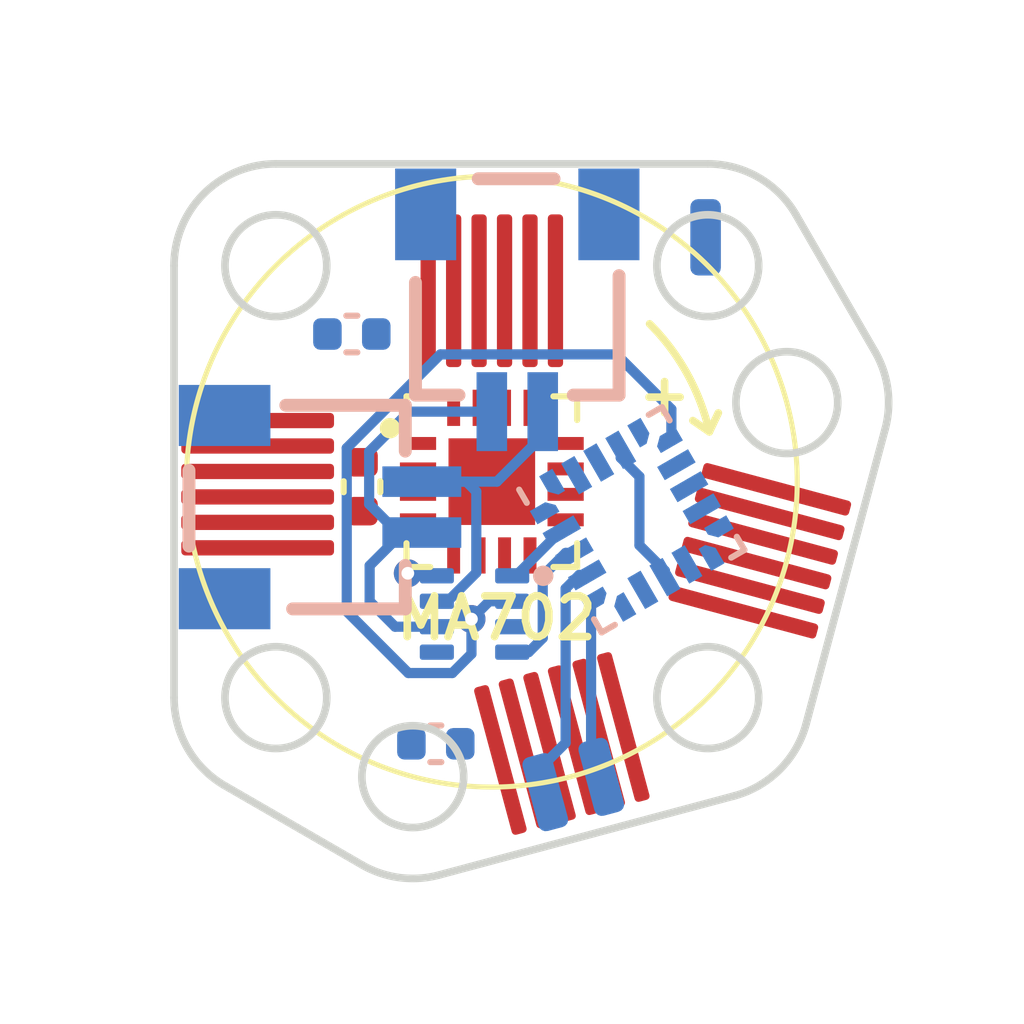
<source format=kicad_pcb>
(kicad_pcb (version 20221018) (generator pcbnew)
  (title_block (title "Ø12 External SPI Encoder") (date "2023-12-29") (rev "1") (company "Christopher Xu"))
  (layers (0 "F.Cu" signal) (31 "B.Cu" signal) (34 "B.Paste" user) (35 "F.Paste" user) (36 "B.SilkS" user "B.Silkscreen") (37 "F.SilkS" user "F.Silkscreen") (38 "B.Mask" user) (39 "F.Mask" user) (44 "Edge.Cuts" user))
  (net 0 "")
  (net 11 "/~{MAG2_CS}")
  (net 14 "+3.3V")
  (net 15 "GND")
  (net 16 "/SPI_MOSI")
  (net 17 "/~{MAG1_CS}")
  (net 18 "/SPI_MISO")
  (net 19 "/SPI_SCLK")
  (net 22 "/UART_RX")
  (net 23 "/UART_TX")
  (net 24 "/UART_DE")
  (net 25 "/RS485_A")
  (net 26 "/RS485_B")
  (net 27 "Net-(U2-NRST)")
  (net 28 "/SWCLK")
  (net 29 "/SWDIO")
  (footprint "Capacitor_SMD:C_0402_1005Metric" (layer "F.Cu") (at 47.45 50.1 90)
    (fp_text reference "C1" hide)
    (fp_text value "1uF")
    (fp_line (start -0.107836 -0.36) (end 0.107836 -0.36) (stroke (width 0.12)) (layer "F.SilkS"))
    (fp_line (start -0.107836 0.36) (end 0.107836 0.36) (stroke (width 0.12)) (layer "F.SilkS"))
    (pad "1" smd roundrect (at -0.48 0 90) (size 0.56 0.62) (layers "F.Cu" "F.Paste" "F.Mask") (net 14 "+3.3V"))
    (pad "2" smd roundrect (at 0.48 0 90) (size 0.56 0.62) (layers "F.Cu" "F.Paste" "F.Mask") (net 15 "GND"))
  )
  (footprint "O32controller:FFC_0.5mm_6p" (layer "F.Cu") (at 54.941181 52.565926 165)
    (fp_text reference "J4" hide)
    (fp_text value "Conn_01x06_Pin" hide)
    (pad "1" smd roundrect (at 0 0 165) (size 3 0.3) (layers "F.Cu" "F.Mask") (net 15 "GND"))
    (pad "2" smd roundrect (at 0 0.5 165) (size 3 0.3) (layers "F.Cu" "F.Mask") (net 11 "/~{MAG2_CS}"))
    (pad "3" smd roundrect (at 0 1 165) (size 3 0.3) (layers "F.Cu" "F.Mask") (net 19 "/SPI_SCLK"))
    (pad "4" smd roundrect (at 0 1.5 165) (size 3 0.3) (layers "F.Cu" "F.Mask") (net 18 "/SPI_MISO"))
    (pad "5" smd roundrect (at 0 2 165) (size 3 0.3) (layers "F.Cu" "F.Mask") (net 16 "/SPI_MOSI"))
    (pad "6" smd roundrect (at 0 2.5 165) (size 3 0.3) (layers "F.Cu" "F.Mask") (net 14 "+3.3V"))
  )
  (footprint "O32controller:FFC_0.5mm_6p" (layer "F.Cu") (at 50.1681 55.4676 105)
    (fp_text reference "J3" hide)
    (fp_text value "Conn_01x06_Pin" hide)
    (pad "1" smd roundrect (at 0 0 105) (size 3 0.3) (layers "F.Cu" "F.Mask") (net 15 "GND"))
    (pad "2" smd roundrect (at 0 0.5 105) (size 3 0.3) (layers "F.Cu" "F.Mask") (net 11 "/~{MAG2_CS}"))
    (pad "3" smd roundrect (at 0 1 105) (size 3 0.3) (layers "F.Cu" "F.Mask") (net 19 "/SPI_SCLK"))
    (pad "4" smd roundrect (at 0 1.5 105) (size 3 0.3) (layers "F.Cu" "F.Mask") (net 18 "/SPI_MISO"))
    (pad "5" smd roundrect (at 0 2 105) (size 3 0.3) (layers "F.Cu" "F.Mask") (net 16 "/SPI_MOSI"))
    (pad "6" smd roundrect (at 0 2.5 105) (size 3 0.3) (layers "F.Cu" "F.Mask") (net 14 "+3.3V"))
  )
  (footprint "O32controller:FFC_0.5mm_6p" (layer "F.Cu") (at 48.75 46.25 90)
    (fp_text reference "J2" hide)
    (fp_text value "Conn_01x06_Pin" hide)
    (pad "1" smd roundrect (at 0 0 90) (size 3 0.3) (layers "F.Cu" "F.Mask") (net 15 "GND"))
    (pad "2" smd roundrect (at 0 0.5 90) (size 3 0.3) (layers "F.Cu" "F.Mask") (net 11 "/~{MAG2_CS}"))
    (pad "3" smd roundrect (at 0 1 90) (size 3 0.3) (layers "F.Cu" "F.Mask") (net 19 "/SPI_SCLK"))
    (pad "4" smd roundrect (at 0 1.5 90) (size 3 0.3) (layers "F.Cu" "F.Mask") (net 18 "/SPI_MISO"))
    (pad "5" smd roundrect (at 0 2 90) (size 3 0.3) (layers "F.Cu" "F.Mask") (net 16 "/SPI_MOSI"))
    (pad "6" smd roundrect (at 0 2.5 90) (size 3 0.3) (layers "F.Cu" "F.Mask") (net 14 "+3.3V"))
  )
  (footprint "O32controller:MA702GQ-P" (layer "F.Cu") (at 50 50)
    (fp_text reference "U1" hide)
    (fp_text value "QFN-3x3_MA702_MNP" hide)
    (fp_line (start -1.6764 -1.6764) (end -1.6764 -1.209741) (stroke (width 0.12)) (layer "F.SilkS"))
    (fp_line (start -1.6764 1.209741) (end -1.6764 1.6764) (stroke (width 0.12)) (layer "F.SilkS"))
    (fp_line (start -1.6764 1.6764) (end -1.209741 1.6764) (stroke (width 0.12)) (layer "F.SilkS"))
    (fp_line (start -1.209741 -1.6764) (end -1.6764 -1.6764) (stroke (width 0.12)) (layer "F.SilkS"))
    (fp_line (start 1.209741 1.6764) (end 1.6764 1.6764) (stroke (width 0.12)) (layer "F.SilkS"))
    (fp_line (start 1.6764 -1.6764) (end 1.209741 -1.6764) (stroke (width 0.12)) (layer "F.SilkS"))
    (fp_line (start 1.6764 -1.209741) (end 1.6764 -1.6764) (stroke (width 0.12)) (layer "F.SilkS"))
    (fp_line (start 1.6764 1.6764) (end 1.6764 1.209741) (stroke (width 0.12)) (layer "F.SilkS"))
    (fp_circle (center -2 -1.05) (end -1.8 -1.05) (fill solid) (layer "F.SilkS"))
    (pad "1" smd rect locked (at -1.45 -0.750001) (size 0.7112 0.254) (layers "F.Cu" "F.Paste" "F.Mask"))
    (pad "2" smd rect locked (at -1.45 -0.25) (size 0.7112 0.254) (layers "F.Cu" "F.Paste" "F.Mask"))
    (pad "3" smd rect locked (at -1.45 0.25) (size 0.7112 0.254) (layers "F.Cu" "F.Paste" "F.Mask"))
    (pad "4" smd rect locked (at -1.45 0.750001) (size 0.7112 0.254) (layers "F.Cu" "F.Paste" "F.Mask") (net 16 "/SPI_MOSI"))
    (pad "5" smd rect locked (at -0.750001 1.45 90) (size 0.7112 0.254) (layers "F.Cu" "F.Paste" "F.Mask") (net 17 "/~{MAG1_CS}"))
    (pad "6" smd rect locked (at -0.25 1.45 90) (size 0.7112 0.254) (layers "F.Cu" "F.Paste" "F.Mask"))
    (pad "7" smd rect locked (at 0.25 1.45 90) (size 0.7112 0.254) (layers "F.Cu" "F.Paste" "F.Mask") (net 18 "/SPI_MISO"))
    (pad "8" smd rect locked (at 0.750001 1.45 90) (size 0.7112 0.254) (layers "F.Cu" "F.Paste" "F.Mask") (net 15 "GND"))
    (pad "9" smd rect locked (at 1.45 0.750001) (size 0.7112 0.254) (layers "F.Cu" "F.Paste" "F.Mask"))
    (pad "10" smd rect locked (at 1.45 0.25) (size 0.7112 0.254) (layers "F.Cu" "F.Paste" "F.Mask"))
    (pad "11" smd rect locked (at 1.45 -0.25) (size 0.7112 0.254) (layers "F.Cu" "F.Paste" "F.Mask"))
    (pad "12" smd rect locked (at 1.45 -0.750001) (size 0.7112 0.254) (layers "F.Cu" "F.Paste" "F.Mask") (net 19 "/SPI_SCLK"))
    (pad "13" smd rect locked (at 0.750001 -1.45 90) (size 0.7112 0.254) (layers "F.Cu" "F.Paste" "F.Mask") (net 14 "+3.3V"))
    (pad "14" smd rect locked (at 0.25 -1.45 90) (size 0.7112 0.254) (layers "F.Cu" "F.Paste" "F.Mask"))
    (pad "15" smd rect locked (at -0.25 -1.45 90) (size 0.7112 0.254) (layers "F.Cu" "F.Paste" "F.Mask"))
    (pad "16" smd rect locked (at -0.750001 -1.45 90) (size 0.7112 0.254) (layers "F.Cu" "F.Paste" "F.Mask"))
    (pad "17" smd rect locked (at 0 0) (size 1.7018 1.7018) (layers "F.Cu" "F.Paste" "F.Mask") (net 15 "GND"))
  )
  (footprint "O32controller:FFC_0.5mm_6p" (layer "F.Cu") (at 45.4 48.8)
    (fp_text reference "J1" hide)
    (fp_text value "Conn_01x06_Pin" hide)
    (pad "1" smd roundrect (at 0 0) (size 3 0.3) (layers "F.Cu" "F.Mask") (net 15 "GND"))
    (pad "2" smd roundrect (at 0 0.5) (size 3 0.3) (layers "F.Cu" "F.Mask") (net 11 "/~{MAG2_CS}"))
    (pad "3" smd roundrect (at 0 1) (size 3 0.3) (layers "F.Cu" "F.Mask") (net 19 "/SPI_SCLK"))
    (pad "4" smd roundrect (at 0 1.5) (size 3 0.3) (layers "F.Cu" "F.Mask") (net 18 "/SPI_MISO"))
    (pad "5" smd roundrect (at 0 2) (size 3 0.3) (layers "F.Cu" "F.Mask") (net 16 "/SPI_MOSI"))
    (pad "6" smd roundrect (at 0 2.5) (size 3 0.3) (layers "F.Cu" "F.Mask") (net 14 "+3.3V"))
  )
  (footprint "O32controller:TestPoint_Pad_Rect" (layer "B.Cu") (at 54.2 45.2 180)
    (fp_text reference "TP1" hide)
    (fp_text value "TestPoint")
    (pad "1" smd roundrect (at 0 0 180) (size 0.6 1.5) (layers "B.Cu" "B.Mask") (net 27 "Net-(U2-NRST)"))
  )
  (footprint "O32controller:JST_SM02B-SRSS-TB(LF)(SN)" (layer "B.Cu") (at 50.5 46.65)
    (fp_text reference "J6" hide)
    (fp_text value "SM02B-SRSS-TB_LF__SN_")
    (fp_line (start -2 1.65) (end -2 -0.563) (stroke (width 0.254)) (layer "B.SilkS"))
    (fp_line (start -2 1.65) (end -1.145 1.65) (stroke (width 0.254)) (layer "B.SilkS"))
    (fp_line (start -0.767 -2.6) (end 0.722 -2.6) (stroke (width 0.254)) (layer "B.SilkS"))
    (fp_line (start 2 1.65) (end 1.1 1.65) (stroke (width 0.254)) (layer "B.SilkS"))
    (fp_line (start 2 1.65) (end 2 -0.697) (stroke (width 0.254)) (layer "B.SilkS"))
    (pad "1" smd rect (at -0.5 1.975 270) (size 1.55 0.6) (layers "B.Cu" "B.Paste" "B.Mask") (net 25 "/RS485_A"))
    (pad "2" smd rect (at 0.5 1.975 270) (size 1.55 0.6) (layers "B.Cu" "B.Paste" "B.Mask") (net 26 "/RS485_B"))
    (pad "S1" smd rect (at -1.8 -1.9 270) (size 1.8 1.2) (layers "B.Cu" "B.Paste" "B.Mask"))
    (pad "S2" smd rect (at 1.8 -1.9 270) (size 1.8 1.2) (layers "B.Cu" "B.Paste" "B.Mask"))
  )
  (footprint "O32controller:THVD1420DRLR_SOT-585" (layer "B.Cu") (at 49.66 52.6 180)
    (fp_text reference "U3" hide)
    (fp_text value "THVD1420DRLR")
    (fp_circle (center -1.35 0.75) (end -1.15 0.75) (fill solid) (layer "B.SilkS"))
    (pad "1" smd roundrect (at -0.74 0.75 180) (size 0.67 0.3) (layers "B.Cu" "B.Paste" "B.Mask") (roundrect_rratio 0.1666666667) (net 22 "/UART_RX"))
    (pad "2" smd roundrect (at -0.74 0.25 180) (size 0.67 0.3) (layers "B.Cu" "B.Paste" "B.Mask") (roundrect_rratio 0.1666666667) (net 24 "/UART_DE"))
    (pad "3" smd roundrect (at -0.74 -0.25 180) (size 0.67 0.3) (layers "B.Cu" "B.Paste" "B.Mask") (roundrect_rratio 0.1666666667) (net 24 "/UART_DE"))
    (pad "4" smd roundrect (at -0.74 -0.75 180) (size 0.67 0.3) (layers "B.Cu" "B.Paste" "B.Mask") (roundrect_rratio 0.1666666667) (net 23 "/UART_TX"))
    (pad "5" smd roundrect (at 0.74 -0.75 180) (size 0.67 0.3) (layers "B.Cu" "B.Paste" "B.Mask") (roundrect_rratio 0.1666666667) (net 15 "GND"))
    (pad "6" smd roundrect (at 0.74 -0.25 180) (size 0.67 0.3) (layers "B.Cu" "B.Paste" "B.Mask") (roundrect_rratio 0.1666666667) (net 25 "/RS485_A"))
    (pad "7" smd roundrect (at 0.74 0.25 180) (size 0.67 0.3) (layers "B.Cu" "B.Paste" "B.Mask") (roundrect_rratio 0.1666666667) (net 26 "/RS485_B"))
    (pad "8" smd roundrect (at 0.74 0.75 180) (size 0.67 0.3) (layers "B.Cu" "B.Paste" "B.Mask") (roundrect_rratio 0.1666666667) (net 14 "+3.3V"))
  )
  (footprint "O32controller:TestPoint_Pad_Rect" (layer "B.Cu") (at 52.15 55.8 -165)
    (fp_text reference "TP2" hide)
    (fp_text value "TestPoint")
    (pad "1" smd roundrect (at 0 0 195) (size 0.6 1.5) (layers "B.Cu" "B.Mask") (net 29 "/SWDIO"))
  )
  (footprint "Capacitor_SMD:C_0402_1005Metric" (layer "B.Cu") (at 47.25 47.1)
    (fp_text reference "C3" hide)
    (fp_text value "1uF")
    (fp_line (start -0.107836 -0.36) (end 0.107836 -0.36) (stroke (width 0.12)) (layer "B.SilkS"))
    (fp_line (start -0.107836 0.36) (end 0.107836 0.36) (stroke (width 0.12)) (layer "B.SilkS"))
    (pad "1" smd roundrect (at -0.48 0) (size 0.56 0.62) (layers "B.Cu" "B.Paste" "B.Mask") (net 14 "+3.3V"))
    (pad "2" smd roundrect (at 0.48 0) (size 0.56 0.62) (layers "B.Cu" "B.Paste" "B.Mask") (net 15 "GND"))
  )
  (footprint "Capacitor_SMD:C_0402_1005Metric" (layer "B.Cu") (at 48.9 55.15 180)
    (fp_text reference "C2" hide)
    (fp_text value "1uF")
    (fp_line (start -0.107836 -0.36) (end 0.107836 -0.36) (stroke (width 0.12)) (layer "B.SilkS"))
    (fp_line (start -0.107836 0.36) (end 0.107836 0.36) (stroke (width 0.12)) (layer "B.SilkS"))
    (pad "1" smd roundrect (at -0.48 0 180) (size 0.56 0.62) (layers "B.Cu" "B.Paste" "B.Mask") (net 14 "+3.3V"))
    (pad "2" smd roundrect (at 0.48 0 180) (size 0.56 0.62) (layers "B.Cu" "B.Paste" "B.Mask") (net 15 "GND"))
  )
  (footprint "O32controller:TestPoint_Pad_Rect" (layer "B.Cu") (at 51.05 56.1 -165)
    (fp_text reference "TP3" hide)
    (fp_text value "TestPoint")
    (pad "1" smd roundrect (at 0 0 195) (size 0.6 1.5) (layers "B.Cu" "B.Mask") (net 28 "/SWCLK"))
  )
  (footprint "Package_DFN_QFN:ST_UFQFPN-20_3x3mm_P0.5mm" (layer "B.Cu") (at 52.75 50.75 -60)
    (fp_text reference "U2" hide)
    (fp_text value "STM32L011F4Ux")
    (fp_line (start -1.62 -1.62) (end -1.62 -1.32) (stroke (width 0.12)) (layer "B.SilkS"))
    (fp_line (start -1.62 -1.62) (end -1.32 -1.62) (stroke (width 0.12)) (layer "B.SilkS"))
    (fp_line (start -1.62 1.62) (end -1.32 1.62) (stroke (width 0.12)) (layer "B.SilkS"))
    (fp_line (start 1.62 -1.62) (end 1.32 -1.62) (stroke (width 0.12)) (layer "B.SilkS"))
    (fp_line (start 1.62 -1.62) (end 1.62 -1.32) (stroke (width 0.12)) (layer "B.SilkS"))
    (fp_line (start 1.62 1.62) (end 1.32 1.62) (stroke (width 0.12)) (layer "B.SilkS"))
    (fp_line (start 1.62 1.62) (end 1.62 1.32) (stroke (width 0.12)) (layer "B.SilkS"))
    (pad "1" smd custom (at -1.475 1 300) (size 0.35 0.3) (layers "B.Cu" "B.Paste" "B.Mask") (options (clearance outline) (anchor rect)) (primitives (gr_poly (pts (xy 0.325 0) (xy 0.325 -0.15) (xy 0.175 -0.15) (xy 0.175 0.15)) (width 0) (fill yes))))
    (pad "2" smd rect (at -1.3 0.5 300) (size 0.7 0.3) (layers "B.Cu" "B.Paste" "B.Mask"))
    (pad "3" smd rect (at -1.3 0 300) (size 0.7 0.3) (layers "B.Cu" "B.Paste" "B.Mask") (net 27 "Net-(U2-NRST)"))
    (pad "4" smd rect (at -1.3 -0.5 300) (size 0.7 0.3) (layers "B.Cu" "B.Paste" "B.Mask") (net 14 "+3.3V"))
    (pad "5" smd custom (at -1.475 -1 300) (size 0.35 0.3) (layers "B.Cu" "B.Paste" "B.Mask") (options (clearance outline) (anchor rect)) (primitives (gr_poly (pts (xy 0.325 0) (xy 0.175 -0.15) (xy 0.175 0.15) (xy 0.325 0.15)) (width 0) (fill yes))))
    (pad "6" smd custom (at -1 -1.475 300) (size 0.3 0.35) (layers "B.Cu" "B.Paste" "B.Mask") (net 24 "/UART_DE") (options (clearance outline) (anchor rect)) (primitives (gr_poly (pts (xy 0.15 0.175) (xy -0.15 0.175) (xy 0 0.325) (xy 0.15 0.325)) (width 0) (fill yes))))
    (pad "7" smd rect (at -0.5 -1.3 300) (size 0.3 0.7) (layers "B.Cu" "B.Paste" "B.Mask"))
    (pad "8" smd rect (at 0 -1.3 300) (size 0.3 0.7) (layers "B.Cu" "B.Paste" "B.Mask") (net 19 "/SPI_SCLK"))
    (pad "9" smd rect (at 0.5 -1.3 300) (size 0.3 0.7) (layers "B.Cu" "B.Paste" "B.Mask") (net 18 "/SPI_MISO"))
    (pad "10" smd custom (at 1 -1.475 300) (size 0.3 0.35) (layers "B.Cu" "B.Paste" "B.Mask") (net 16 "/SPI_MOSI") (options (clearance outline) (anchor rect)) (primitives (gr_poly (pts (xy 0.15 0.175) (xy -0.15 0.175) (xy -0.15 0.325) (xy 0 0.325)) (width 0) (fill yes))))
    (pad "11" smd custom (at 1.475 -1 300) (size 0.35 0.3) (layers "B.Cu" "B.Paste" "B.Mask") (net 16 "/SPI_MOSI") (options (clearance outline) (anchor rect)) (primitives (gr_poly (pts (xy -0.175 -0.15) (xy -0.325 0) (xy -0.325 0.15) (xy -0.175 0.15)) (width 0) (fill yes))))
    (pad "12" smd rect (at 1.3 -0.5 300) (size 0.7 0.3) (layers "B.Cu" "B.Paste" "B.Mask") (net 15 "GND"))
    (pad "13" smd rect (at 1.3 0 300) (size 0.7 0.3) (layers "B.Cu" "B.Paste" "B.Mask") (net 14 "+3.3V"))
    (pad "14" smd rect (at 1.3 0.5 300) (size 0.7 0.3) (layers "B.Cu" "B.Paste" "B.Mask"))
    (pad "15" smd custom (at 1.475 1 300) (size 0.35 0.3) (layers "B.Cu" "B.Paste" "B.Mask") (options (clearance outline) (anchor rect)) (primitives (gr_poly (pts (xy -0.175 -0.15) (xy -0.325 -0.15) (xy -0.325 0) (xy -0.175 0.15)) (width 0) (fill yes))))
    (pad "16" smd custom (at 1 1.475 300) (size 0.3 0.35) (layers "B.Cu" "B.Paste" "B.Mask") (net 29 "/SWDIO") (options (clearance outline) (anchor rect)) (primitives (gr_poly (pts (xy 0 -0.325) (xy -0.15 -0.325) (xy -0.15 -0.175) (xy 0.15 -0.175)) (width 0) (fill yes))))
    (pad "17" smd rect (at 0.5 1.3 300) (size 0.3 0.7) (layers "B.Cu" "B.Paste" "B.Mask") (net 28 "/SWCLK"))
    (pad "18" smd rect (at 0 1.3 300) (size 0.3 0.7) (layers "B.Cu" "B.Paste" "B.Mask") (net 23 "/UART_TX"))
    (pad "19" smd rect (at -0.5 1.3 300) (size 0.3 0.7) (layers "B.Cu" "B.Paste" "B.Mask") (net 22 "/UART_RX"))
    (pad "20" smd custom (at -1 1.475 300) (size 0.3 0.35) (layers "B.Cu" "B.Paste" "B.Mask") (options (clearance outline) (anchor rect)) (primitives (gr_poly (pts (xy 0.15 -0.325) (xy 0 -0.325) (xy -0.15 -0.175) (xy 0.15 -0.175)) (width 0) (fill yes))))
  )
  (footprint "O32controller:JST_SM02B-SRSS-TB(LF)(SN)" (layer "B.Cu") (at 46.65 50.5 90)
    (fp_text reference "J5" hide)
    (fp_text value "SM02B-SRSS-TB_LF__SN_")
    (fp_line (start -2 1.65) (end -2 -0.563) (stroke (width 0.254)) (layer "B.SilkS"))
    (fp_line (start -2 1.65) (end -1.145 1.65) (stroke (width 0.254)) (layer "B.SilkS"))
    (fp_line (start -0.767 -2.6) (end 0.722 -2.6) (stroke (width 0.254)) (layer "B.SilkS"))
    (fp_line (start 2 1.65) (end 1.1 1.65) (stroke (width 0.254)) (layer "B.SilkS"))
    (fp_line (start 2 1.65) (end 2 -0.697) (stroke (width 0.254)) (layer "B.SilkS"))
    (pad "1" smd rect (at -0.5 1.975) (size 1.55 0.6) (layers "B.Cu" "B.Paste" "B.Mask") (net 25 "/RS485_A"))
    (pad "2" smd rect (at 0.5 1.975) (size 1.55 0.6) (layers "B.Cu" "B.Paste" "B.Mask") (net 26 "/RS485_B"))
    (pad "S1" smd rect (at -1.8 -1.9) (size 1.8 1.2) (layers "B.Cu" "B.Paste" "B.Mask"))
    (pad "S2" smd rect (at 1.8 -1.9) (size 1.8 1.2) (layers "B.Cu" "B.Paste" "B.Mask"))
  )
  (gr_line (start 54.27352 49.021724) (end 53.95 48.8) (stroke (width 0.15)) (layer "F.SilkS"))
  (gr_line (start 54.27352 49.021724) (end 54.45 48.65) (stroke (width 0.15)) (layer "F.SilkS"))
  (gr_circle locked (center 50 50) (end 56 50) (stroke (width 0.1)) (fill none) (layer "F.SilkS"))
  (gr_arc (start 53.1 46.9) (mid 53.836356 47.878121) (end 54.27352 49.021724) (stroke (width 0.15)) (layer "F.SilkS"))
  (gr_arc (start 48.964724 57.727407) (mid 48.186036 57.778441) (end 47.447086 57.527606) (stroke (width 0.15)) (layer "Edge.Cuts"))
  (gr_circle (center 45.757359 54.242641) (end 46.757359 54.242641) (stroke (width 0.15)) (fill none) (layer "Edge.Cuts"))
  (gr_arc (start 43.757359 45.757359) (mid 44.343157 44.343157) (end 45.757359 43.757359) (stroke (width 0.15)) (layer "Edge.Cuts"))
  (gr_line (start 48.964724 57.727407) (end 54.760279 56.174492) (stroke (width 0.15)) (layer "Edge.Cuts"))
  (gr_circle (center 55.795555 48.447086) (end 56.795555 48.447086) (stroke (width 0.15)) (fill none) (layer "Edge.Cuts"))
  (gr_circle (center 54.242641 54.242641) (end 55.242641 54.242641) (stroke (width 0.15)) (fill none) (layer "Edge.Cuts"))
  (gr_arc (start 44.757359 55.974691) (mid 44.025308 55.242639) (end 43.757359 54.242641) (stroke (width 0.15)) (layer "Edge.Cuts"))
  (gr_line (start 56.174492 54.760279) (end 57.727407 48.964724) (stroke (width 0.15)) (layer "Edge.Cuts"))
  (gr_arc (start 54.242641 43.757359) (mid 55.242632 44.02532) (end 55.974691 44.757359) (stroke (width 0.15)) (layer "Edge.Cuts"))
  (gr_circle (center 45.757359 45.757359) (end 46.757359 45.757359) (stroke (width 0.15)) (fill none) (layer "Edge.Cuts"))
  (gr_arc (start 57.527606 47.447086) (mid 57.778456 48.186034) (end 57.727407 48.964724) (stroke (width 0.15)) (layer "Edge.Cuts"))
  (gr_circle (center 48.447086 55.795555) (end 49.447086 55.795555) (stroke (width 0.15)) (fill none) (layer "Edge.Cuts"))
  (gr_circle (center 54.242641 45.757359) (end 55.242641 45.757359) (stroke (width 0.15)) (fill none) (layer "Edge.Cuts"))
  (gr_line (start 54.242641 43.757359) (end 45.757359 43.757359) (stroke (width 0.15)) (layer "Edge.Cuts"))
  (gr_line (start 57.527606 47.447086) (end 55.974691 44.757359) (stroke (width 0.15)) (layer "Edge.Cuts"))
  (gr_line (start 44.757359 55.974691) (end 47.447086 57.527606) (stroke (width 0.15)) (layer "Edge.Cuts"))
  (gr_line (start 43.757359 45.757359) (end 43.757359 54.242641) (stroke (width 0.15)) (layer "Edge.Cuts"))
  (gr_arc (start 56.174492 54.760279) (mid 55.656849 55.656849) (end 54.760279 56.174492) (stroke (width 0.15)) (layer "Edge.Cuts"))
  (gr_text "MA702" (at 48.05 53.15) (layer "F.SilkS") (effects (font (size 0.8 0.8)) (justify left bottom)))
  (gr_text "+" (at 52.8 48.75) (layer "F.SilkS") (effects (font (size 0.8 0.8)) (justify left bottom)))
  (via (at 48.35 51.8) (size 0.55) (drill 0.25) (layers "F.Cu" "B.Cu") (net 14))
  (segment (start 48.4 51.85) (end 48.35 51.8) (width 0.2) (layer "B.Cu") (net 14))
  (segment (start 53.4 51.875833) (end 53.4 51.75) (width 0.2) (layer "B.Cu") (net 14))
  (segment (start 48.92 51.85) (end 48.4 51.85) (width 0.2) (layer "B.Cu") (net 14))
  (segment (start 52.9 51.25) (end 52.9 49.9) (width 0.2) (layer "B.Cu") (net 14))
  (segment (start 53.4 51.75) (end 52.9 51.25) (width 0.2) (layer "B.Cu") (net 14))
  (segment (start 52.533013 49.533013) (end 52.533013 49.374167) (width 0.2) (layer "B.Cu") (net 14))
  (segment (start 52.9 49.9) (end 52.533013 49.533013) (width 0.2) (layer "B.Cu") (net 14))
  (segment (start 50.29 51.85) (end 50.473458 51.85) (width 0.2) (layer "B.Cu") (net 22))
  (segment (start 50.473458 51.85) (end 51.365319 50.958139) (width 0.2) (layer "B.Cu") (net 22))
  (segment (start 50.723406 53.35) (end 50.29 53.35) (width 0.2) (layer "B.Cu") (net 23))
  (segment (start 51 51.85) (end 51 53.073406) (width 0.2) (layer "B.Cu") (net 23))
  (segment (start 51.624167 51.4) (end 51.45 51.4) (width 0.2) (layer "B.Cu") (net 23))
  (segment (start 51 53.073406) (end 50.723406 53.35) (width 0.2) (layer "B.Cu") (net 23))
  (segment (start 51.45 51.4) (end 51 51.85) (width 0.2) (layer "B.Cu") (net 23))
  (via (at 49.6 52.7) (size 0.55) (drill 0.25) (layers "F.Cu" "B.Cu") (net 24))
  (segment (start 52.45 47.5) (end 53.527387 48.577387) (width 0.2) (layer "B.Cu") (net 24))
  (segment (start 49.6 53.383406) (end 49.223406 53.76) (width 0.2) (layer "B.Cu") (net 24))
  (segment (start 49.95 52.35) (end 49.6 52.7) (width 0.2) (layer "B.Cu") (net 24))
  (segment (start 47.15 49.340884) (end 48.990884 47.5) (width 0.2) (layer "B.Cu") (net 24))
  (segment (start 48.36 53.76) (end 47.15 52.55) (width 0.2) (layer "B.Cu") (net 24))
  (segment (start 49.6 52.7) (end 49.6 53.383406) (width 0.2) (layer "B.Cu") (net 24))
  (segment (start 47.15 52.55) (end 47.15 49.340884) (width 0.2) (layer "B.Cu") (net 24))
  (segment (start 48.990884 47.5) (end 52.45 47.5) (width 0.2) (layer "B.Cu") (net 24))
  (segment (start 50.29 52.35) (end 49.95 52.35) (width 0.2) (layer "B.Cu") (net 24))
  (segment (start 49.223406 53.76) (end 48.36 53.76) (width 0.2) (layer "B.Cu") (net 24))
  (segment (start 53.527387 48.577387) (end 53.527387 49.146475) (width 0.2) (layer "B.Cu") (net 24))
  (segment (start 47.6 52.35) (end 47.6 51.65) (width 0.2) (layer "B.Cu") (net 25))
  (segment (start 47.59 49.41) (end 48.375 48.625) (width 0.2) (layer "B.Cu") (net 25))
  (segment (start 48.81 52.85) (end 48.1 52.85) (width 0.2) (layer "B.Cu") (net 25))
  (segment (start 47.6 51.65) (end 48.25 51) (width 0.2) (layer "B.Cu") (net 25))
  (segment (start 48.375 48.625) (end 50 48.625) (width 0.2) (layer "B.Cu") (net 25))
  (segment (start 48.1 52.85) (end 47.6 52.35) (width 0.2) (layer "B.Cu") (net 25))
  (segment (start 47.59 50.44) (end 47.59 49.41) (width 0.2) (layer "B.Cu") (net 25))
  (segment (start 48.15 51) (end 47.59 50.44) (width 0.2) (layer "B.Cu") (net 25))
  (segment (start 48.25 51) (end 48.625 51) (width 0.2) (layer "B.Cu") (net 25))
  (segment (start 48.625 51) (end 48.15 51) (width 0.2) (layer "B.Cu") (net 25))
  (segment (start 50.1 50) (end 51 49.1) (width 0.2) (layer "B.Cu") (net 26))
  (segment (start 49.133406 52.35) (end 49.695 51.788406) (width 0.2) (layer "B.Cu") (net 26))
  (segment (start 48.625 50) (end 50.1 50) (width 0.2) (layer "B.Cu") (net 26))
  (segment (start 49.5 50) (end 48.625 50) (width 0.2) (layer "B.Cu") (net 26))
  (segment (start 51 49.1) (end 51 48.625) (width 0.2) (layer "B.Cu") (net 26))
  (segment (start 49.695 50.195) (end 49.5 50) (width 0.2) (layer "B.Cu") (net 26))
  (segment (start 48.81 52.35) (end 49.133406 52.35) (width 0.2) (layer "B.Cu") (net 26))
  (segment (start 49.695 51.788406) (end 49.695 50.195) (width 0.2) (layer "B.Cu") (net 26))
  (segment (start 51.874167 51.833013) (end 51.716987 51.833013) (width 0.2) (layer "B.Cu") (net 28))
  (segment (start 51.05 55.531774) (end 51.05 56.1) (width 0.2) (layer "B.Cu") (net 28))
  (segment (start 51.45 52.1) (end 51.45 55.131774) (width 0.2) (layer "B.Cu") (net 28))
  (segment (start 51.716987 51.833013) (end 51.45 52.1) (width 0.2) (layer "B.Cu") (net 28))
  (segment (start 51.05 56.1) (end 51.1 56.15) (width 0.2) (layer "B.Cu") (net 28))
  (segment (start 51.45 55.131774) (end 51.05 55.531774) (width 0.2) (layer "B.Cu") (net 28))
  (segment (start 51.95 52.376138) (end 51.95 55.6) (width 0.2) (layer "B.Cu") (net 29))
  (segment (start 51.972613 52.353525) (end 51.95 52.376138) (width 0.2) (layer "B.Cu") (net 29))
  (segment (start 51.95 55.6) (end 52.15 55.8) (width 0.2) (layer "B.Cu") (net 29))
)
</source>
